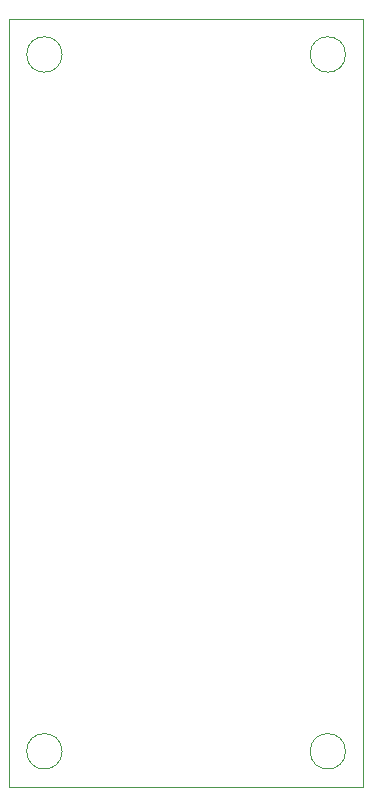
<source format=gbr>
%TF.GenerationSoftware,KiCad,Pcbnew,6.0.5*%
%TF.CreationDate,2022-05-23T21:48:16-04:00*%
%TF.ProjectId,BMS,424d532e-6b69-4636-9164-5f7063625858,rev?*%
%TF.SameCoordinates,Original*%
%TF.FileFunction,Profile,NP*%
%FSLAX46Y46*%
G04 Gerber Fmt 4.6, Leading zero omitted, Abs format (unit mm)*
G04 Created by KiCad (PCBNEW 6.0.5) date 2022-05-23 21:48:16*
%MOMM*%
%LPD*%
G01*
G04 APERTURE LIST*
%TA.AperFunction,Profile*%
%ADD10C,0.010000*%
%TD*%
G04 APERTURE END LIST*
D10*
X4500000Y-3000000D02*
G75*
G03*
X4500000Y-3000000I-1500000J0D01*
G01*
X28500000Y-3000000D02*
G75*
G03*
X28500000Y-3000000I-1500000J0D01*
G01*
X0Y0D02*
X30000000Y0D01*
X30000000Y0D02*
X30000000Y-65000000D01*
X30000000Y-65000000D02*
X0Y-65000000D01*
X0Y-65000000D02*
X0Y0D01*
X28500000Y-62000000D02*
G75*
G03*
X28500000Y-62000000I-1500000J0D01*
G01*
X4500000Y-62000000D02*
G75*
G03*
X4500000Y-62000000I-1500000J0D01*
G01*
M02*

</source>
